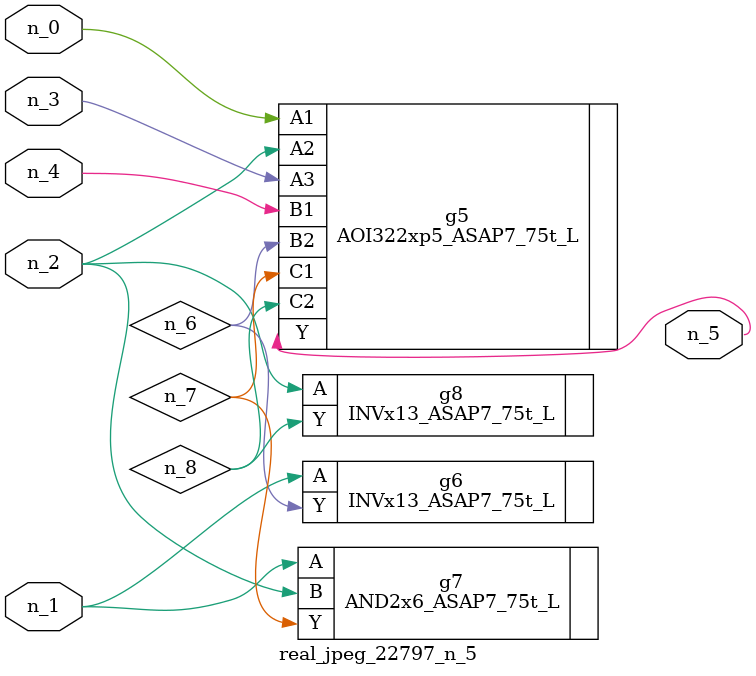
<source format=v>
module real_jpeg_22797_n_5 (n_4, n_0, n_1, n_2, n_3, n_5);

input n_4;
input n_0;
input n_1;
input n_2;
input n_3;

output n_5;

wire n_8;
wire n_6;
wire n_7;

AOI322xp5_ASAP7_75t_L g5 ( 
.A1(n_0),
.A2(n_2),
.A3(n_3),
.B1(n_4),
.B2(n_6),
.C1(n_7),
.C2(n_8),
.Y(n_5)
);

INVx13_ASAP7_75t_L g6 ( 
.A(n_1),
.Y(n_6)
);

AND2x6_ASAP7_75t_L g7 ( 
.A(n_1),
.B(n_2),
.Y(n_7)
);

INVx13_ASAP7_75t_L g8 ( 
.A(n_2),
.Y(n_8)
);


endmodule
</source>
